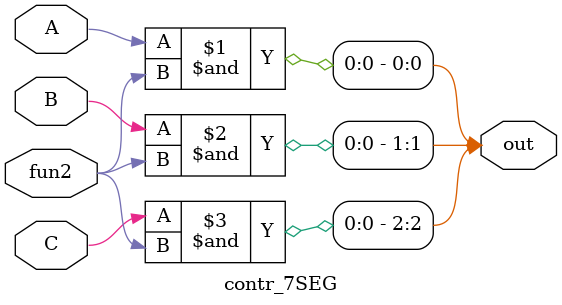
<source format=v>
module contr_7SEG(A, B, C, fun2, out);
   input A, B, C, fun2;
   output [2:0] out;
	
	and And0 (out[0], A, fun2);
	and And1 (out[1], B, fun2);
	and And2 (out[2], C, fun2);
	
	
endmodule
</source>
